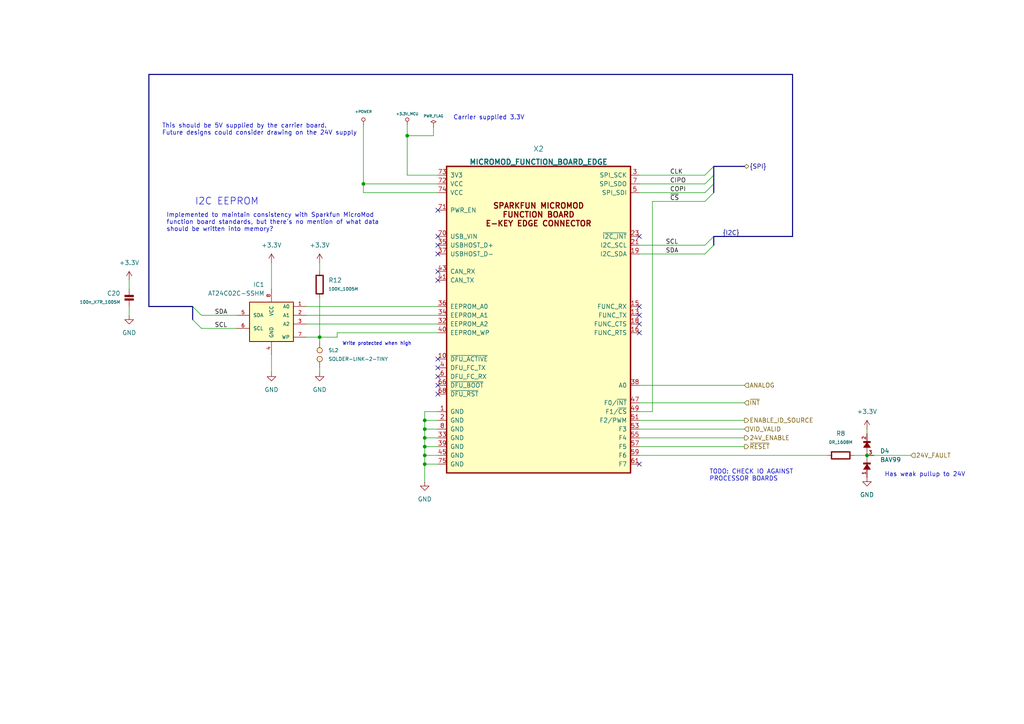
<source format=kicad_sch>
(kicad_sch (version 20230121) (generator eeschema)
  (paper "A4")
  (title_block (title "MicroMod Function Board") (rev "V1.0") (comment 2 "Aims to maintain drop-in compatibility with Sparkfun ADIN1110 board") (comment 3 "Edge connector part, build using a 0.8mm PCB"))
  (lib_symbols
    (symbol "appli_capacitor:100n_X7R_1005M" (pin_numbers hide) (pin_names (offset 0.254))
      (property "Reference" "C" (at -2.286 -2.54 90))
      (property "Value" "100n_X7R_1005M" (at 2.159 -2.54 90))
      (symbol "100n_X7R_1005M_0_1"
        (rectangle (start -1.27 -2.794) (end 1.27 -3.302) (fill (type outline)))
        (rectangle (start -1.27 -1.778) (end 1.27 -2.286) (fill (type outline)))
      )
      (symbol "100n_X7R_1005M_1_1"
        (pin passive line (at 0 0 270) (length 1.778) (name "~") (number "1"))
        (pin passive line (at 0 -5.08 90) (length 1.778) (name "~") (number "2"))
      )
    )
    (symbol "appli_connector:M2_EDGE_CONN_MICROMOD_FN" (pin_names (offset 1.016))
      (property "Reference" "X" (at 0 8.89 0))
      (property "Value" "MICROMOD_FUNCTION_BOARD_EDGE" (at 0 -85.09 0))
      (symbol "M2_EDGE_CONN_MICROMOD_FN_0_1"
        (rectangle (start -26.67 7.62) (end 26.67 -81.28) (stroke (width 0.4064)) (fill (type background)))
      )
      (symbol "M2_EDGE_CONN_MICROMOD_FN_1_0"
        (pin passive line (at -29.21 -48.26 0) (length 2.54) (name "~{DFU_ACTIVE}") (number "10"))
        (pin passive line (at 29.21 -35.56 180) (length 2.54) (name "FUNC_TX") (number "13"))
        (pin passive line (at 29.21 -33.02 180) (length 2.54) (name "FUNC_RX") (number "15"))
        (pin passive line (at 29.21 -40.64 180) (length 2.54) (name "FUNC_RTS") (number "16"))
        (pin passive line (at 29.21 -38.1 180) (length 2.54) (name "FUNC_CTS") (number "18"))
        (pin passive line (at 29.21 -17.78 180) (length 2.54) (name "I2C_SDA") (number "19"))
        (pin passive line (at -29.21 -66.04 0) (length 2.54) (name "GND") (number "2"))
        (pin passive line (at 29.21 -15.24 180) (length 2.54) (name "I2C_SCL") (number "21"))
        (pin passive line (at 29.21 -12.7 180) (length 2.54) (name "~{I2C_INT}") (number "23"))
        (pin passive line (at 29.21 5.08 180) (length 2.54) (name "SPI_SCK") (number "3"))
        (pin passive line (at -29.21 -38.1 0) (length 2.54) (name "EEPROM_A2") (number "32"))
        (pin passive line (at -29.21 -71.12 0) (length 2.54) (name "GND") (number "33"))
        (pin passive line (at -29.21 -35.56 0) (length 2.54) (name "EEPROM_A1") (number "34"))
        (pin passive line (at -29.21 -15.24 0) (length 2.54) (name "USBHOST_D+") (number "35"))
        (pin passive line (at -29.21 -33.02 0) (length 2.54) (name "EEPROM_A0") (number "36"))
        (pin passive line (at -29.21 -17.78 0) (length 2.54) (name "USBHOST_D-") (number "37"))
        (pin passive line (at 29.21 -55.88 180) (length 2.54) (name "A0") (number "38"))
        (pin passive line (at -29.21 -73.66 0) (length 2.54) (name "GND") (number "39"))
        (pin passive line (at -29.21 -50.8 0) (length 2.54) (name "DFU_FC_TX") (number "4"))
        (pin passive line (at -29.21 -40.64 0) (length 2.54) (name "EEPROM_WP") (number "40"))
        (pin passive line (at -29.21 -25.4 0) (length 2.54) (name "CAN_TX") (number "41"))
        (pin passive line (at -29.21 -22.86 0) (length 2.54) (name "CAN_RX") (number "43"))
        (pin passive line (at -29.21 -76.2 0) (length 2.54) (name "GND") (number "45"))
        (pin passive line (at 29.21 -60.96 180) (length 2.54) (name "F0/~{INT}") (number "47"))
        (pin passive line (at 29.21 -63.5 180) (length 2.54) (name "F1/~{CS}") (number "49"))
        (pin passive line (at 29.21 0 180) (length 2.54) (name "SPI_SDI") (number "5"))
        (pin passive line (at 29.21 -66.04 180) (length 2.54) (name "F2/PWM") (number "51"))
        (pin passive line (at 29.21 -68.58 180) (length 2.54) (name "F3") (number "53"))
        (pin passive line (at 29.21 -71.12 180) (length 2.54) (name "F4") (number "55"))
        (pin passive line (at 29.21 -73.66 180) (length 2.54) (name "F5") (number "57"))
        (pin passive line (at 29.21 -76.2 180) (length 2.54) (name "F6") (number "59"))
        (pin passive line (at -29.21 -53.34 0) (length 2.54) (name "DFU_FC_RX") (number "6"))
        (pin passive line (at 29.21 -78.74 180) (length 2.54) (name "F7") (number "61"))
        (pin passive line (at -29.21 -55.88 0) (length 2.54) (name "~{DFU_BOOT}") (number "66"))
        (pin passive line (at -29.21 -58.42 0) (length 2.54) (name "~{DFU_RST}") (number "68"))
        (pin passive line (at 29.21 2.54 180) (length 2.54) (name "SPI_SDO") (number "7"))
        (pin passive line (at -29.21 -12.7 0) (length 2.54) (name "USB_VIN") (number "70"))
        (pin passive line (at -29.21 -5.08 0) (length 2.54) (name "PWR_EN") (number "71"))
        (pin passive line (at -29.21 2.54 0) (length 2.54) (name "VCC") (number "72"))
        (pin passive line (at -29.21 5.08 0) (length 2.54) (name "3V3") (number "73"))
        (pin passive line (at -29.21 0 0) (length 2.54) (name "VCC") (number "74"))
        (pin passive line (at -29.21 -78.74 0) (length 2.54) (name "GND") (number "75"))
        (pin passive line (at -29.21 -68.58 0) (length 2.54) (name "GND") (number "8"))
      )
      (symbol "M2_EDGE_CONN_MICROMOD_FN_1_1"
        (text "SPARKFUN MICROMOD\nFUNCTION BOARD\nE-KEY EDGE CONNECTOR" (at 0 -6.35 0) (effects (font (size 1.6 1.6) bold)))
        (pin passive line (at -29.21 -63.5 0) (length 2.54) (name "GND") (number "1"))
      )
    )
    (symbol "appli_device:BAV99" (pin_names (offset 0.254) hide)
      (property "Reference" "D" (at 2.54 5.08 0))
      (property "Value" "BAV99" (at 5.08 -2.032 0))
      (symbol "BAV99_0_1"
        (rectangle (start -1.016 -2.159) (end 1.016 -2.54) (fill (type outline)))
        (rectangle (start -1.016 3.683) (end 1.016 4.064) (fill (type outline)))
        (polyline (pts (xy 0 -2.54) (xy 0 0)))
        (polyline (pts (xy 0 2.54) (xy 0 0)))
        (polyline (pts (xy 0 -2.54) (xy -1.016 -4.064) (xy 1.016 -4.064) (xy 0 -2.54)) (fill (type outline)))
        (polyline (pts (xy 0 3.81) (xy -1.016 2.286) (xy 1.016 2.286) (xy 0 3.81)) (fill (type outline)))
      )
      (symbol "BAV99_1_1"
        (pin passive line (at 0 -6.35 90) (length 2.4892) (name "A1") (number "1"))
        (pin passive line (at 0 6.35 270) (length 2.4892) (name "C2") (number "2"))
        (pin passive line (at 0 0 0) (length 2.0066) (name "~") (number "3"))
      )
    )
    (symbol "appli_link:SOLDER-LINK-2-TINY" (pin_numbers hide) (pin_names (offset 0.762) hide)
      (property "Reference" "SL" (at 0 3.175 0))
      (property "Value" "SOLDER-LINK-2-TINY" (at 0.635 1.905 0))
      (symbol "SOLDER-LINK-2-TINY_0_1"
        (circle (center -1.27 0) (radius 0.762) (fill (type background)))
        (circle (center 1.27 0) (radius 0.762) (fill (type background)))
        (pin passive line (at -3.81 0 0) (length 1.778) (name "1") (number "1"))
        (pin passive line (at 3.81 0 180) (length 1.778) (name "2") (number "2"))
      )
    )
    (symbol "appli_memory:AT24C02C-SSHM" (pin_names (offset 1.016))
      (property "Reference" "IC" (at -5.08 6.35 0))
      (property "Value" "AT24C02C-SSHM" (at 8.89 -7.62 0))
      (symbol "AT24C02C-SSHM_0_1"
        (rectangle (start -6.35 5.08) (end 6.35 -6.35) (stroke (width 0.254)) (fill (type background)))
      )
      (symbol "AT24C02C-SSHM_1_1"
        (pin input line (at -10.16 3.81 0) (length 3.81) (name "A0") (number "1"))
        (pin input line (at -10.16 1.27 0) (length 3.81) (name "A1") (number "2"))
        (pin input line (at -10.16 -1.27 0) (length 3.81) (name "A2") (number "3"))
        (pin power_in line (at 0 -10.16 90) (length 3.81) (name "GND") (number "4"))
        (pin bidirectional line (at 10.16 1.27 180) (length 3.81) (name "SDA") (number "5"))
        (pin input line (at 10.16 -2.54 180) (length 3.81) (name "SCL") (number "6"))
        (pin input line (at -10.16 -5.08 0) (length 3.81) (name "WP") (number "7"))
        (pin power_in line (at 0 8.89 270) (length 3.81) (name "VCC") (number "8"))
      )
    )
    (symbol "appli_power:+3.3V" (power) (pin_names (offset 0))
      (property "Value" "+3.3V" (at 0 3.556 0))
      (symbol "+3.3V_0_1"
        (polyline (pts (xy -0.762 1.27) (xy 0 2.54)))
        (polyline (pts (xy 0 0) (xy 0 2.54)))
        (polyline (pts (xy 0 2.54) (xy 0.762 1.27)))
      )
      (symbol "+3.3V_1_1"
        (pin power_in line (at 0 0 90) (length 0) hide (name "+3.3V") (number "1"))
      )
    )
    (symbol "appli_power:+3.3V_MCU" (power) (pin_names (offset 0))
      (property "Value" "+3.3V_MCU" (at 0 2.794 0))
      (symbol "+3.3V_MCU_0_0"
        (pin power_in line (at 0 0 90) (length 0) hide (name "+3.3V_MCU") (number "1"))
      )
      (symbol "+3.3V_MCU_0_1"
        (polyline (pts (xy 0 0) (xy 0 1.016) (xy 0 1.016)))
        (circle (center 0 1.524) (radius 0.508))
      )
    )
    (symbol "appli_power:+POWER" (power) (pin_names (offset 0))
      (property "Value" "+POWER" (at 0 2.54 0))
      (symbol "+POWER_0_0"
        (pin power_in line (at 0 0 90) (length 0) hide (name "+POWER") (number "1"))
      )
      (symbol "+POWER_0_1"
        (polyline (pts (xy 0 0) (xy 0 1.016) (xy 0 1.016)))
        (circle (center 0 1.524) (radius 0.508))
      )
    )
    (symbol "appli_power:GND" (power) (pin_names (offset 0))
      (property "Value" "GND" (at 0 -3.81 0))
      (symbol "GND_0_1"
        (polyline (pts (xy 0 0) (xy 0 -1.27) (xy 1.27 -1.27) (xy 0 -2.54) (xy -1.27 -1.27) (xy 0 -1.27)))
      )
      (symbol "GND_1_1"
        (pin power_in line (at 0 0 270) (length 0) hide (name "GND") (number "1"))
      )
    )
    (symbol "appli_power:PWR_FLAG" (power) (pin_numbers hide) (pin_names (offset 0) hide)
      (property "Value" "PWR_FLAG" (at 0 2.54 0))
      (symbol "PWR_FLAG_0_0"
        (pin power_out line (at 0 0 90) (length 0) (name "pwr") (number "1"))
      )
      (symbol "PWR_FLAG_0_1"
        (polyline (pts (xy 0 0) (xy 0 1.143) (xy -0.762 1.524) (xy 0 1.905) (xy 0.762 1.524) (xy 0 1.143)))
      )
    )
    (symbol "appli_resistor:0R_1608M" (pin_numbers hide) (pin_names (offset 0))
      (property "Reference" "R" (at -2.159 -3.81 90))
      (property "Value" "0R_1608M" (at 2.032 -3.81 90))
      (symbol "0R_1608M_0_1"
        (rectangle (start -1.016 -1.143) (end 1.016 -6.477) (stroke (width 0.381)))
      )
      (symbol "0R_1608M_1_1"
        (pin passive line (at 0 0 270) (length 1.143) (name "~") (number "1"))
        (pin passive line (at 0 -7.62 90) (length 1.143) (name "~") (number "2"))
      )
    )
    (symbol "appli_resistor:100K_1005M" (pin_numbers hide) (pin_names (offset 0))
      (property "Reference" "R" (at -2.159 -3.81 90))
      (property "Value" "100K_1005M" (at 2.032 -3.81 90))
      (symbol "100K_1005M_0_1"
        (rectangle (start -1.016 -1.143) (end 1.016 -6.477) (stroke (width 0.381)))
      )
      (symbol "100K_1005M_1_1"
        (pin passive line (at 0 0 270) (length 1.143) (name "~") (number "1"))
        (pin passive line (at 0 -7.62 90) (length 1.143) (name "~") (number "2"))
      )
    )
  )
  (junction (at 123.19 124.46))
  (junction (at 123.19 127))
  (junction (at 123.19 129.54))
  (junction (at 123.19 134.62))
  (junction (at 118.11 39.37))
  (junction (at 123.19 121.92))
  (junction (at 105.41 53.34))
  (junction (at 251.46 132.08))
  (junction (at 92.71 97.79))
  (junction (at 123.19 132.08))
  (no_connect (at 127 78.74))
  (no_connect (at 127 68.58))
  (no_connect (at 127 106.68))
  (no_connect (at 185.42 88.9))
  (no_connect (at 127 73.66))
  (no_connect (at 185.42 134.62))
  (no_connect (at 127 104.14))
  (no_connect (at 127 71.12))
  (no_connect (at 127 111.76))
  (no_connect (at 185.42 96.52))
  (no_connect (at 127 81.28))
  (no_connect (at 127 114.3))
  (no_connect (at 185.42 93.98))
  (no_connect (at 127 60.96))
  (no_connect (at 185.42 68.58))
  (no_connect (at 185.42 91.44))
  (no_connect (at 127 109.22))
  (bus_entry (at 204.47 73.66) (size 2.54 -2.54))
  (bus_entry (at 204.47 53.34) (size 2.54 -2.54))
  (bus_entry (at 204.47 50.8) (size 2.54 -2.54))
  (bus_entry (at 58.42 91.44) (size -2.54 -2.54))
  (bus_entry (at 204.47 58.42) (size 2.54 -2.54))
  (bus_entry (at 58.42 95.25) (size -2.54 -2.54))
  (bus_entry (at 204.47 55.88) (size 2.54 -2.54))
  (bus_entry (at 204.47 71.12) (size 2.54 -2.54))
  (wire (pts (xy 105.41 53.34) (xy 127 53.34)))
  (wire (pts (xy 185.42 116.84) (xy 215.9 116.84)))
  (wire (pts (xy 97.79 96.52) (xy 127 96.52)))
  (wire (pts (xy 189.23 58.42) (xy 189.23 119.38)))
  (wire (pts (xy 92.71 97.79) (xy 92.71 99.06)))
  (wire (pts (xy 118.11 39.37) (xy 125.73 39.37)))
  (wire (pts (xy 88.9 88.9) (xy 127 88.9)))
  (wire (pts (xy 185.42 73.66) (xy 204.47 73.66)))
  (wire (pts (xy 247.65 132.08) (xy 251.46 132.08)))
  (wire (pts (xy 118.11 39.37) (xy 118.11 50.8)))
  (wire (pts (xy 185.42 124.46) (xy 215.9 124.46)))
  (wire (pts (xy 92.71 86.36) (xy 92.71 97.79)))
  (wire (pts (xy 127 50.8) (xy 118.11 50.8)))
  (wire (pts (xy 123.19 129.54) (xy 127 129.54)))
  (wire (pts (xy 88.9 93.98) (xy 127 93.98)))
  (wire (pts (xy 78.74 76.2) (xy 78.74 83.82)))
  (wire (pts (xy 185.42 129.54) (xy 215.9 129.54)))
  (wire (pts (xy 37.465 88.9) (xy 37.465 91.44)))
  (bus (pts (xy 207.01 53.34) (xy 207.01 50.8)))
  (wire (pts (xy 97.79 97.79) (xy 92.71 97.79)))
  (bus (pts (xy 43.18 88.9) (xy 43.18 21.59)))
  (bus (pts (xy 43.18 88.9) (xy 55.88 88.9)))
  (wire (pts (xy 123.19 132.08) (xy 127 132.08)))
  (wire (pts (xy 185.42 53.34) (xy 204.47 53.34)))
  (wire (pts (xy 125.73 36.83) (xy 125.73 39.37)))
  (wire (pts (xy 123.19 132.08) (xy 123.19 134.62)))
  (wire (pts (xy 123.19 127) (xy 127 127)))
  (wire (pts (xy 123.19 121.92) (xy 127 121.92)))
  (wire (pts (xy 92.71 97.79) (xy 88.9 97.79)))
  (wire (pts (xy 123.19 121.92) (xy 123.19 124.46)))
  (wire (pts (xy 37.465 81.28) (xy 37.465 83.82)))
  (wire (pts (xy 127 119.38) (xy 123.19 119.38)))
  (wire (pts (xy 185.42 111.76) (xy 215.9 111.76)))
  (wire (pts (xy 88.9 91.44) (xy 127 91.44)))
  (wire (pts (xy 123.19 124.46) (xy 123.19 127)))
  (wire (pts (xy 123.19 127) (xy 123.19 129.54)))
  (wire (pts (xy 185.42 50.8) (xy 204.47 50.8)))
  (wire (pts (xy 189.23 58.42) (xy 204.47 58.42)))
  (bus (pts (xy 207.01 48.26) (xy 215.9 48.26)))
  (bus (pts (xy 207.01 71.12) (xy 207.01 68.58)))
  (bus (pts (xy 43.18 21.59) (xy 229.87 21.59)))
  (wire (pts (xy 97.79 97.79) (xy 97.79 96.52)))
  (wire (pts (xy 123.19 134.62) (xy 127 134.62)))
  (wire (pts (xy 123.19 124.46) (xy 127 124.46)))
  (wire (pts (xy 92.71 76.2) (xy 92.71 78.74)))
  (wire (pts (xy 123.19 119.38) (xy 123.19 121.92)))
  (wire (pts (xy 123.19 134.62) (xy 123.19 139.7)))
  (bus (pts (xy 229.87 21.59) (xy 229.87 68.58)))
  (wire (pts (xy 185.42 71.12) (xy 204.47 71.12)))
  (wire (pts (xy 118.11 36.195) (xy 118.11 39.37)))
  (bus (pts (xy 207.01 68.58) (xy 229.87 68.58)))
  (wire (pts (xy 251.46 124.46) (xy 251.46 125.73)))
  (wire (pts (xy 78.74 102.87) (xy 78.74 107.95)))
  (wire (pts (xy 68.58 91.44) (xy 58.42 91.44)))
  (wire (pts (xy 123.19 129.54) (xy 123.19 132.08)))
  (wire (pts (xy 185.42 55.88) (xy 204.47 55.88)))
  (wire (pts (xy 68.58 95.25) (xy 58.42 95.25)))
  (bus (pts (xy 55.88 92.71) (xy 55.88 88.9)))
  (bus (pts (xy 207.01 50.8) (xy 207.01 48.26)))
  (wire (pts (xy 189.23 119.38) (xy 185.42 119.38)))
  (wire (pts (xy 185.42 121.92) (xy 215.9 121.92)))
  (wire (pts (xy 105.41 55.88) (xy 105.41 53.34)))
  (wire (pts (xy 105.41 53.34) (xy 105.41 36.195)))
  (wire (pts (xy 127 55.88) (xy 105.41 55.88)))
  (wire (pts (xy 251.46 132.08) (xy 264.16 132.08)))
  (wire (pts (xy 185.42 127) (xy 215.9 127)))
  (wire (pts (xy 92.71 106.68) (xy 92.71 107.95)))
  (bus (pts (xy 207.01 55.88) (xy 207.01 53.34)))
  (wire (pts (xy 185.42 132.08) (xy 240.03 132.08)))
  (text "Carrier supplied 3.3V" (at 131.445 34.925 0) (effects (font (size 1.27 1.27)) (justify left bottom)))
  (text "TODO: CHECK IO AGAINST \nPROCESSOR BOARDS" (at 205.74 139.7 0) (effects (font (size 1.27 1.27)) (justify left bottom)))
  (text "This should be 5V supplied by the carrier board.\nFuture designs could consider drawing on the 24V supply" (at 46.99 39.37 0) (effects (font (size 1.27 1.27)) (justify left bottom)))
  (text "Write protected when high" (at 119.38 100.33 0) (effects (font (size 1 1)) (justify right bottom)))
  (text "I2C EEPROM" (at 56.515 59.69 0) (effects (font (size 2 2)) (justify left bottom)))
  (text "Has weak pullup to 24V" (at 256.54 138.43 0) (effects (font (size 1.27 1.27)) (justify left bottom)))
  (text "Implemented to maintain consistency with Sparkfun MicroMod\nfunction board standards, but there's no mention of what data\nshould be written into memory?" (at 48.26 67.31 0) (effects (font (size 1.27 1.27)) (justify left bottom)))
  (label "SDA" (at 193.04 73.66 0))
  (label "CLK" (at 194.31 50.8 0))
  (label "~{CS}" (at 194.31 58.42 0))
  (label "COPI" (at 194.31 55.88 0))
  (label "CIPO" (at 194.31 53.34 0))
  (label "{I2C}" (at 209.55 68.58 0))
  (label "SDA" (at 62.23 91.44 0))
  (label "SCL" (at 193.04 71.12 0))
  (label "SCL" (at 62.23 95.25 0))
  (hierarchical_label "~{INT}" (shape input) (at 215.9 116.84 0))
  (hierarchical_label "ENABLE_ID_SOURCE" (shape output) (at 215.9 121.92 0))
  (hierarchical_label "VID_VALID" (shape input) (at 215.9 124.46 0))
  (hierarchical_label "~{RESET}" (shape output) (at 215.9 129.54 0))
  (hierarchical_label "24V_FAULT" (shape input) (at 264.16 132.08 0))
  (hierarchical_label "ANALOG" (shape input) (at 215.9 111.76 0))
  (hierarchical_label "24V_ENABLE" (shape output) (at 215.9 127 0))
  (hierarchical_label "{SPI}" (shape bidirectional) (at 215.9 48.26 0))
  (symbol (lib_id "appli_power:GND") (at 78.74 107.95 0) (mirror y) (unit 1)
    (property "Reference" "#PWR029" (effects hide))
    (property "Value" "GND" (at 78.74 113.03 0))
    (instances (project "spe-source" (path "" (reference "#PWR029") (unit 1)) (path "" (reference "#PWR032") (unit 1))))
  )
  (symbol (lib_id "appli_resistor:0R_1608M") (at 240.03 132.08 90) (unit 1)
    (property "Reference" "R8" (at 243.84 125.73 90))
    (property "Value" "0R_1608M" (at 243.84 128.27 90) (effects (font (size 0.889 0.889))))
    (property "Footprint" "Applidyne_Resistor:RESC1608X50N" (effects hide))
    (property "Datasheet" "http://www.farnell.com/datasheets/1739504.pdf" (effects hide))
    (property "manf" "MULTICOMP" (effects hide))
    (property "manf#" "MC0063W06030R" (effects hide))
    (property "Supplier" "Element14" (effects hide))
    (property "Supplier Part No" "9331662" (effects hide))
    (property "Supplier URL" "http://au.element14.com/multicomp/mc0063w06030r/resistor-thick-film-0r-0-063w/dp/9331662" (effects hide))
    (property "Supplier Price" "0.023" (effects hide))
    (property "Supplier Price Break" "50" (effects hide))
  )
  (symbol (lib_id "appli_capacitor:100n_X7R_1005M") (at 37.465 83.82 0) (mirror y) (unit 1)
    (property "Reference" "C20" (at 34.925 85.09 0) (effects (justify left)))
    (property "Value" "100n_X7R_1005M" (at 34.925 87.63 0) (effects (font (size 0.889 0.889)) (justify left)))
    (property "Footprint" "Applidyne_Capacitor:CAPC1005X60N" (effects hide))
    (property "Datasheet" "http://www.farnell.com/datasheets/1936565.pdf" (effects hide))
    (property "manf" "TDK" (effects hide))
    (property "manf#" "CGA2B3X7R1H104K050BB" (effects hide))
    (property "Supplier" "Element14" (effects hide))
    (property "Supplier Part No" "2210822" (effects hide))
    (property "Supplier URL" "http://au.element14.com/tdk/cga2b3x7r1h104k050bb/cap-mlcc-x7r-100nf-50v-0402/dp/2210822" (effects hide))
    (property "Supplier Price" "0.087" (effects hide))
    (property "Supplier Price Break" "100" (effects hide))
  )
  (symbol (lib_id "appli_link:SOLDER-LINK-2-TINY") (at 92.71 102.87 90) (mirror x) (unit 1)
    (property "Reference" "SL2" (at 95.25 101.6 90) (effects (font (size 1.016 1.016)) (justify right)))
    (property "Value" "SOLDER-LINK-2-TINY" (at 95.25 104.14 90) (effects (font (size 1.016 1.016)) (justify right)))
    (property "Footprint" "Applidyne_Link:SJ1005-2N" (effects hide))
    (property "Datasheet" "DatasheetURL" (effects hide))
    (property "manf" "Manufacturer" (effects hide))
    (property "manf#" "ManufacturerPartNo" (effects hide))
    (property "Supplier" "Supplier" (effects hide))
    (property "Supplier Part No" "SupplierPartNo" (effects hide))
    (property "Supplier URL" "SupplierURL" (effects hide))
    (property "Supplier Price" "0" (effects hide))
    (property "Supplier Price Break" "1" (effects hide))
  )
  (symbol (lib_id "appli_power:+POWER") (at 105.41 36.195 0) (unit 1)
    (property "Reference" "#PWR054" (effects hide))
    (property "Value" "+POWER" (at 105.41 32.385 0) (effects (font (size 0.762 0.762))))
    (instances (project "spe-source" (path "" (reference "#PWR054") (unit 1)) (path "" (reference "#PWR024") (unit 1))))
  )
  (symbol (lib_id "appli_power:+3.3V") (at 78.74 76.2 0) (mirror y) (unit 1)
    (property "Reference" "#PWR030" (effects hide))
    (property "Value" "+3.3V" (at 78.74 71.12 0))
    (instances (project "spe-source" (path "" (reference "#PWR030") (unit 1)) (path "" (reference "#PWR031") (unit 1))))
  )
  (symbol (lib_id "appli_power:GND") (at 251.46 138.43 0) (unit 1)
    (property "Reference" "#PWR080" (effects hide))
    (property "Value" "GND" (at 251.46 143.51 0))
  )
  (symbol (lib_id "appli_power:GND") (at 123.19 139.7 0) (unit 1)
    (property "Reference" "#PWR039" (effects hide))
    (property "Value" "GND" (at 123.19 144.78 0))
  )
  (symbol (lib_id "appli_power:+3.3V_MCU") (at 118.11 36.195 0) (unit 1)
    (property "Reference" "#PWR055" (effects hide))
    (property "Value" "+3.3V_MCU" (at 118.11 33.02 0) (effects (font (size 0.762 0.762))))
  )
  (symbol (lib_id "appli_power:+3.3V") (at 37.465 81.28 0) (mirror y) (unit 1)
    (property "Reference" "#PWR031" (effects hide))
    (property "Value" "+3.3V" (at 37.465 76.2 0))
    (instances (project "spe-source" (path "" (reference "#PWR031") (unit 1)) (path "" (reference "#PWR029") (unit 1))))
  )
  (symbol (lib_id "appli_power:+3.3V") (at 251.46 124.46 0) (unit 1)
    (property "Reference" "#PWR079" (effects hide))
    (property "Value" "+3.3V" (at 251.46 119.38 0))
  )
  (symbol (lib_id "appli_power:GND") (at 92.71 107.95 0) (mirror y) (unit 1)
    (property "Reference" "#PWR034" (effects hide))
    (property "Value" "GND" (at 92.71 113.03 0))
  )
  (symbol (lib_id "appli_connector:M2_EDGE_CONN_MICROMOD_FN") (at 156.21 55.88 0) (unit 1)
    (property "Reference" "X2" (at 156.21 43.18 0) (effects (font (size 1.524 1.524))))
    (property "Value" "MICROMOD_FUNCTION_BOARD_EDGE" (at 156.21 46.99 0) (effects (font (size 1.524 1.524) bold)))
    (property "Footprint" "Applidyne_Connector:M.2-MICROMOD-FN-CARD-EDGE" (effects hide))
    (property "Datasheet" "https://learn.sparkfun.com/tutorials/designing-with-micromod/how-to-design-a-function-board" (effects hide))
    (property "manf" "N/A" (effects hide))
    (property "Supplier Price" "0" (effects hide))
    (property "Supplier Price Break " "1" (effects hide))
  )
  (symbol (lib_id "appli_power:PWR_FLAG") (at 125.73 36.83 0) (unit 1)
    (property "Reference" "#FLG01" (effects hide))
    (property "Value" "PWR_FLAG" (at 125.73 33.655 0) (effects (font (size 0.762 0.762))))
  )
  (symbol (lib_id "appli_power:+3.3V") (at 92.71 76.2 0) (mirror y) (unit 1)
    (property "Reference" "#PWR033" (effects hide))
    (property "Value" "+3.3V" (at 92.71 71.12 0))
  )
  (symbol (lib_id "appli_power:GND") (at 37.465 91.44 0) (mirror y) (unit 1)
    (property "Reference" "#PWR032" (effects hide))
    (property "Value" "GND" (at 37.465 96.52 0))
    (instances (project "spe-source" (path "" (reference "#PWR032") (unit 1)) (path "" (reference "#PWR030") (unit 1))))
  )
  (symbol (lib_id "appli_resistor:100K_1005M") (at 92.71 78.74 0) (unit 1)
    (property "Reference" "R12" (at 95.25 81.28 0) (effects (justify left)))
    (property "Value" "100K_1005M" (at 95.25 83.82 0) (effects (font (size 0.889 0.889)) (justify left)))
    (property "Footprint" "Applidyne_Resistor:RESC1005X40N" (effects hide))
    (property "Datasheet" "http://www.farnell.com/datasheets/1911175.pdf" (effects hide))
    (property "manf" "PANASONIC" (effects hide))
    (property "manf#" "ERJ2RKF1003X" (effects hide))
    (property "Supplier" "Element14" (effects hide))
    (property "Supplier Part No" "2302839" (effects hide))
    (property "Supplier URL" "http://au.element14.com/panasonic-electronic-components/erj2rkf1003x/res-thick-film-100k-1-0-1w-0402/dp/2302839" (effects hide))
    (property "Supplier Price" "0.016" (effects hide))
    (property "Supplier Price Break" "5" (effects hide))
  )
  (symbol (lib_id "appli_device:BAV99") (at 251.46 132.08 0) (unit 1)
    (property "Reference" "D4" (at 255.27 130.81 0) (effects (justify left)))
    (property "Value" "BAV99" (at 255.27 133.35 0) (effects (justify left)))
    (property "Footprint" "Applidyne_SOT:SOT95P240X110-3L16N" (effects hide))
    (property "Datasheet" "http://datasheet.octopart.com/BAV99-/T3-NXP-datasheet-5318834.pdf" (effects hide))
    (property "manf" "NXP" (effects hide))
    (property "Supplier" "RS Online" (effects hide))
    (property "Supplier Part No" " 544-4534" (effects hide))
    (property "Supplier URL" "http://au.rs-online.com/web/p/rectifier-schottky-diodes/5444534/" (effects hide))
    (property "Supplier Price" "0.045" (effects hide))
    (property "Supplier Price Break" "1" (effects hide))
    (property "manf#" "BAV99" (effects hide))
  )
  (symbol (lib_id "appli_memory:AT24C02C-SSHM") (at 78.74 92.71 0) (mirror y) (unit 1)
    (property "Reference" "IC1" (at 76.7206 82.55 0) (effects (justify left)))
    (property "Value" "AT24C02C-SSHM" (at 76.7206 85.09 0) (effects (justify left)))
    (property "Footprint" "Applidyne_SOIC:SOIC127P600X330-8L2N" (effects hide))
    (property "Datasheet" "http://www.farnell.com/datasheets/2047815.pdf" (effects hide))
    (property "manf" "ATMEL" (effects hide))
    (property "manf#" "AT24C02C-SSHM" (effects hide))
    (property "Supplier" "Element14" (effects hide))
    (property "Supplier Part No" "1971995" (effects hide))
    (property "Supplier URL" "http://au.element14.com/atmel/at24c02c-sshm-b/serial-eeprom-2kbit-1mhz-soic/dp/1971995" (effects hide))
    (property "Supplier Price" "0.63" (effects hide))
    (property "Supplier Price Break" "1" (effects hide))
  )
)
</source>
